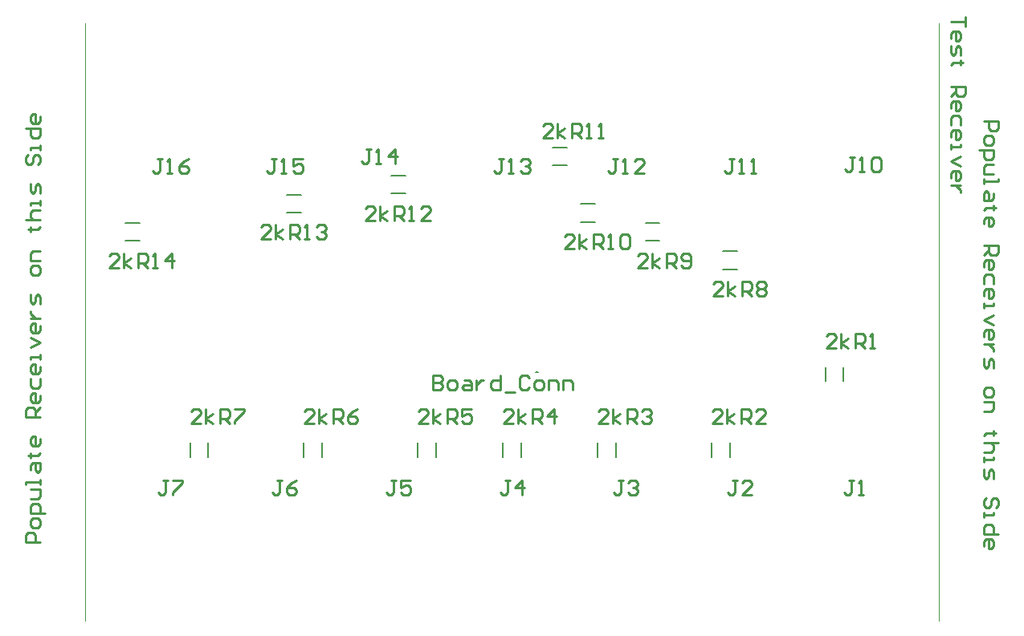
<source format=gto>
G04*
G04 #@! TF.GenerationSoftware,Altium Limited,Altium Designer,20.2.6 (244)*
G04*
G04 Layer_Color=65535*
%FSLAX25Y25*%
%MOIN*%
G70*
G04*
G04 #@! TF.SameCoordinates,78553FFF-4CE1-44D2-B870-6997896BCA41*
G04*
G04*
G04 #@! TF.FilePolarity,Positive*
G04*
G01*
G75*
%ADD10C,0.00787*%
%ADD11C,0.00394*%
%ADD12C,0.01000*%
D10*
X345285Y240905D02*
X344498D01*
X345285D01*
X422244Y291142D02*
X428150D01*
X422244Y283661D02*
X428150D01*
X390021Y302953D02*
X395927D01*
X390021Y295472D02*
X395927D01*
X363189Y310827D02*
X369094D01*
X363189Y303346D02*
X369094D01*
X284449Y315158D02*
X290354D01*
X284449Y322638D02*
X290354D01*
X241142Y307283D02*
X247047D01*
X241142Y314764D02*
X247047D01*
X174213Y295472D02*
X180118D01*
X174213Y302953D02*
X180118D01*
X208465Y205709D02*
Y211614D01*
X200984Y205709D02*
Y211614D01*
X302953Y205709D02*
Y211614D01*
X295472Y205709D02*
Y211614D01*
X338386Y205709D02*
Y211614D01*
X330906Y205709D02*
Y211614D01*
X255709Y205709D02*
Y211614D01*
X248228Y205709D02*
Y211614D01*
X377756Y205709D02*
Y211614D01*
X370276Y205709D02*
Y211614D01*
X425000Y205709D02*
Y211614D01*
X417520Y205709D02*
Y211614D01*
X472244Y237205D02*
Y243110D01*
X464764Y237205D02*
Y243110D01*
X351378Y326969D02*
X357283D01*
X351378Y334449D02*
X357283D01*
D11*
X511811Y137795D02*
Y385827D01*
X157480Y137795D02*
Y385827D01*
D12*
X522746Y388764D02*
Y384765D01*
Y386764D01*
X516748D01*
Y379767D02*
Y381766D01*
X517748Y382766D01*
X519747D01*
X520747Y381766D01*
Y379767D01*
X519747Y378767D01*
X518747D01*
Y382766D01*
X516748Y376768D02*
Y373769D01*
X517748Y372769D01*
X518747Y373769D01*
Y375768D01*
X519747Y376768D01*
X520747Y375768D01*
Y372769D01*
X521746Y369770D02*
X520747D01*
Y370770D01*
Y368770D01*
Y369770D01*
X517748D01*
X516748Y368770D01*
Y359773D02*
X522746D01*
Y356774D01*
X521746Y355774D01*
X519747D01*
X518747Y356774D01*
Y359773D01*
Y357774D02*
X516748Y355774D01*
Y350776D02*
Y352775D01*
X517748Y353775D01*
X519747D01*
X520747Y352775D01*
Y350776D01*
X519747Y349776D01*
X518747D01*
Y353775D01*
X520747Y343778D02*
Y346777D01*
X519747Y347777D01*
X517748D01*
X516748Y346777D01*
Y343778D01*
Y338780D02*
Y340779D01*
X517748Y341779D01*
X519747D01*
X520747Y340779D01*
Y338780D01*
X519747Y337780D01*
X518747D01*
Y341779D01*
X516748Y335781D02*
Y333782D01*
Y334781D01*
X520747D01*
Y335781D01*
Y330783D02*
X516748Y328783D01*
X520747Y326784D01*
X516748Y321785D02*
Y323785D01*
X517748Y324784D01*
X519747D01*
X520747Y323785D01*
Y321785D01*
X519747Y320786D01*
X518747D01*
Y324784D01*
X520747Y318786D02*
X516748D01*
X518747D01*
X519747Y317787D01*
X520747Y316787D01*
Y315787D01*
X138733Y170291D02*
X132735D01*
Y173290D01*
X133735Y174290D01*
X135734D01*
X136734Y173290D01*
Y170291D01*
X138733Y177289D02*
Y179288D01*
X137733Y180288D01*
X135734D01*
X134734Y179288D01*
Y177289D01*
X135734Y176289D01*
X137733D01*
X138733Y177289D01*
X140732Y182288D02*
X134734D01*
Y185286D01*
X135734Y186286D01*
X137733D01*
X138733Y185286D01*
Y182288D01*
X134734Y188286D02*
X137733D01*
X138733Y189285D01*
Y192284D01*
X134734D01*
X138733Y194284D02*
Y196283D01*
Y195283D01*
X132735D01*
Y194284D01*
X134734Y200282D02*
Y202281D01*
X135734Y203281D01*
X138733D01*
Y200282D01*
X137733Y199282D01*
X136734Y200282D01*
Y203281D01*
X133735Y206280D02*
X134734D01*
Y205280D01*
Y207279D01*
Y206280D01*
X137733D01*
X138733Y207279D01*
Y213277D02*
Y211278D01*
X137733Y210278D01*
X135734D01*
X134734Y211278D01*
Y213277D01*
X135734Y214277D01*
X136734D01*
Y210278D01*
X138733Y222274D02*
X132735D01*
Y225273D01*
X133735Y226273D01*
X135734D01*
X136734Y225273D01*
Y222274D01*
Y224274D02*
X138733Y226273D01*
Y231272D02*
Y229272D01*
X137733Y228273D01*
X135734D01*
X134734Y229272D01*
Y231272D01*
X135734Y232271D01*
X136734D01*
Y228273D01*
X134734Y238269D02*
Y235270D01*
X135734Y234271D01*
X137733D01*
X138733Y235270D01*
Y238269D01*
Y243268D02*
Y241268D01*
X137733Y240269D01*
X135734D01*
X134734Y241268D01*
Y243268D01*
X135734Y244267D01*
X136734D01*
Y240269D01*
X138733Y246267D02*
Y248266D01*
Y247266D01*
X134734D01*
Y246267D01*
Y251265D02*
X138733Y253264D01*
X134734Y255264D01*
X138733Y260262D02*
Y258263D01*
X137733Y257263D01*
X135734D01*
X134734Y258263D01*
Y260262D01*
X135734Y261262D01*
X136734D01*
Y257263D01*
X134734Y263261D02*
X138733D01*
X136734D01*
X135734Y264261D01*
X134734Y265261D01*
Y266260D01*
X138733Y269259D02*
Y272258D01*
X137733Y273258D01*
X136734Y272258D01*
Y270259D01*
X135734Y269259D01*
X134734Y270259D01*
Y273258D01*
X138733Y282255D02*
Y284255D01*
X137733Y285254D01*
X135734D01*
X134734Y284255D01*
Y282255D01*
X135734Y281255D01*
X137733D01*
X138733Y282255D01*
Y287253D02*
X134734D01*
Y290252D01*
X135734Y291252D01*
X138733D01*
X133735Y300249D02*
X134734D01*
Y299250D01*
Y301249D01*
Y300249D01*
X137733D01*
X138733Y301249D01*
X132735Y304248D02*
X138733D01*
X135734D01*
X134734Y305248D01*
Y307247D01*
X135734Y308247D01*
X138733D01*
Y310246D02*
Y312245D01*
Y311246D01*
X134734D01*
Y310246D01*
X138733Y315244D02*
Y318244D01*
X137733Y319243D01*
X136734Y318244D01*
Y316244D01*
X135734Y315244D01*
X134734Y316244D01*
Y319243D01*
X133735Y331239D02*
X132735Y330240D01*
Y328240D01*
X133735Y327241D01*
X134734D01*
X135734Y328240D01*
Y330240D01*
X136734Y331239D01*
X137733D01*
X138733Y330240D01*
Y328240D01*
X137733Y327241D01*
X138733Y333239D02*
Y335238D01*
Y334238D01*
X134734D01*
Y333239D01*
X132735Y342236D02*
X138733D01*
Y339237D01*
X137733Y338237D01*
X135734D01*
X134734Y339237D01*
Y342236D01*
X138733Y347234D02*
Y345235D01*
X137733Y344235D01*
X135734D01*
X134734Y345235D01*
Y347234D01*
X135734Y348234D01*
X136734D01*
Y344235D01*
X530558Y345457D02*
X536556D01*
Y342458D01*
X535557Y341458D01*
X533557D01*
X532558Y342458D01*
Y345457D01*
X530558Y338459D02*
Y336460D01*
X531558Y335460D01*
X533557D01*
X534557Y336460D01*
Y338459D01*
X533557Y339459D01*
X531558D01*
X530558Y338459D01*
X528559Y333461D02*
X534557D01*
Y330462D01*
X533557Y329462D01*
X531558D01*
X530558Y330462D01*
Y333461D01*
X534557Y327463D02*
X531558D01*
X530558Y326463D01*
Y323464D01*
X534557D01*
X530558Y321464D02*
Y319465D01*
Y320465D01*
X536556D01*
Y321464D01*
X534557Y315466D02*
Y313467D01*
X533557Y312467D01*
X530558D01*
Y315466D01*
X531558Y316466D01*
X532558Y315466D01*
Y312467D01*
X535557Y309468D02*
X534557D01*
Y310468D01*
Y308469D01*
Y309468D01*
X531558D01*
X530558Y308469D01*
Y302471D02*
Y304470D01*
X531558Y305470D01*
X533557D01*
X534557Y304470D01*
Y302471D01*
X533557Y301471D01*
X532558D01*
Y305470D01*
X530558Y293474D02*
X536556D01*
Y290475D01*
X535557Y289475D01*
X533557D01*
X532558Y290475D01*
Y293474D01*
Y291474D02*
X530558Y289475D01*
Y284476D02*
Y286476D01*
X531558Y287475D01*
X533557D01*
X534557Y286476D01*
Y284476D01*
X533557Y283477D01*
X532558D01*
Y287475D01*
X534557Y277479D02*
Y280478D01*
X533557Y281477D01*
X531558D01*
X530558Y280478D01*
Y277479D01*
Y272480D02*
Y274480D01*
X531558Y275479D01*
X533557D01*
X534557Y274480D01*
Y272480D01*
X533557Y271481D01*
X532558D01*
Y275479D01*
X530558Y269481D02*
Y267482D01*
Y268482D01*
X534557D01*
Y269481D01*
Y264483D02*
X530558Y262484D01*
X534557Y260484D01*
X530558Y255486D02*
Y257485D01*
X531558Y258485D01*
X533557D01*
X534557Y257485D01*
Y255486D01*
X533557Y254486D01*
X532558D01*
Y258485D01*
X534557Y252487D02*
X530558D01*
X532558D01*
X533557Y251487D01*
X534557Y250487D01*
Y249488D01*
X530558Y246489D02*
Y243490D01*
X531558Y242490D01*
X532558Y243490D01*
Y245489D01*
X533557Y246489D01*
X534557Y245489D01*
Y242490D01*
X530558Y233493D02*
Y231494D01*
X531558Y230494D01*
X533557D01*
X534557Y231494D01*
Y233493D01*
X533557Y234493D01*
X531558D01*
X530558Y233493D01*
Y228495D02*
X534557D01*
Y225496D01*
X533557Y224496D01*
X530558D01*
X535557Y215499D02*
X534557D01*
Y216498D01*
Y214499D01*
Y215499D01*
X531558D01*
X530558Y214499D01*
X536556Y211500D02*
X530558D01*
X533557D01*
X534557Y210500D01*
Y208501D01*
X533557Y207501D01*
X530558D01*
Y205502D02*
Y203503D01*
Y204502D01*
X534557D01*
Y205502D01*
X530558Y200504D02*
Y197505D01*
X531558Y196505D01*
X532558Y197505D01*
Y199504D01*
X533557Y200504D01*
X534557Y199504D01*
Y196505D01*
X535557Y184509D02*
X536556Y185508D01*
Y187508D01*
X535557Y188507D01*
X534557D01*
X533557Y187508D01*
Y185508D01*
X532558Y184509D01*
X531558D01*
X530558Y185508D01*
Y187508D01*
X531558Y188507D01*
X530558Y182509D02*
Y180510D01*
Y181510D01*
X534557D01*
Y182509D01*
X536556Y173512D02*
X530558D01*
Y176511D01*
X531558Y177511D01*
X533557D01*
X534557Y176511D01*
Y173512D01*
X530558Y168514D02*
Y170513D01*
X531558Y171513D01*
X533557D01*
X534557Y170513D01*
Y168514D01*
X533557Y167514D01*
X532558D01*
Y171513D01*
X374599Y219500D02*
X370600D01*
X374599Y223499D01*
Y224498D01*
X373599Y225498D01*
X371600D01*
X370600Y224498D01*
X376598Y219500D02*
Y225498D01*
Y221499D02*
X379597Y223499D01*
X376598Y221499D02*
X379597Y219500D01*
X382596D02*
Y225498D01*
X385595D01*
X386595Y224498D01*
Y222499D01*
X385595Y221499D01*
X382596D01*
X384595D02*
X386595Y219500D01*
X388594Y224498D02*
X389594Y225498D01*
X391593D01*
X392593Y224498D01*
Y223499D01*
X391593Y222499D01*
X390594D01*
X391593D01*
X392593Y221499D01*
Y220500D01*
X391593Y219500D01*
X389594D01*
X388594Y220500D01*
X421799Y219500D02*
X417800D01*
X421799Y223499D01*
Y224498D01*
X420799Y225498D01*
X418800D01*
X417800Y224498D01*
X423798Y219500D02*
Y225498D01*
Y221499D02*
X426797Y223499D01*
X423798Y221499D02*
X426797Y219500D01*
X429796D02*
Y225498D01*
X432795D01*
X433795Y224498D01*
Y222499D01*
X432795Y221499D01*
X429796D01*
X431796D02*
X433795Y219500D01*
X439793D02*
X435794D01*
X439793Y223499D01*
Y224498D01*
X438793Y225498D01*
X436794D01*
X435794Y224498D01*
X469099Y251000D02*
X465100D01*
X469099Y254999D01*
Y255998D01*
X468099Y256998D01*
X466100D01*
X465100Y255998D01*
X471098Y251000D02*
Y256998D01*
Y252999D02*
X474097Y254999D01*
X471098Y252999D02*
X474097Y251000D01*
X477096D02*
Y256998D01*
X480095D01*
X481095Y255998D01*
Y253999D01*
X480095Y252999D01*
X477096D01*
X479096D02*
X481095Y251000D01*
X483094D02*
X485093D01*
X484094D01*
Y256998D01*
X483094Y255998D01*
X422136Y272591D02*
X418137D01*
X422136Y276590D01*
Y277590D01*
X421136Y278590D01*
X419137D01*
X418137Y277590D01*
X424135Y272591D02*
Y278590D01*
Y274591D02*
X427135Y276590D01*
X424135Y274591D02*
X427135Y272591D01*
X430133D02*
Y278590D01*
X433133D01*
X434132Y277590D01*
Y275590D01*
X433133Y274591D01*
X430133D01*
X432133D02*
X434132Y272591D01*
X436132Y277590D02*
X437131Y278590D01*
X439131D01*
X440130Y277590D01*
Y276590D01*
X439131Y275590D01*
X440130Y274591D01*
Y273591D01*
X439131Y272591D01*
X437131D01*
X436132Y273591D01*
Y274591D01*
X437131Y275590D01*
X436132Y276590D01*
Y277590D01*
X437131Y275590D02*
X439131D01*
X390640Y284402D02*
X386641D01*
X390640Y288401D01*
Y289401D01*
X389640Y290401D01*
X387641D01*
X386641Y289401D01*
X392639Y284402D02*
Y290401D01*
Y286402D02*
X395638Y288401D01*
X392639Y286402D02*
X395638Y284402D01*
X398638D02*
Y290401D01*
X401637D01*
X402636Y289401D01*
Y287402D01*
X401637Y286402D01*
X398638D01*
X400637D02*
X402636Y284402D01*
X404635Y285402D02*
X405635Y284402D01*
X407635D01*
X408634Y285402D01*
Y289401D01*
X407635Y290401D01*
X405635D01*
X404635Y289401D01*
Y288401D01*
X405635Y287402D01*
X408634D01*
X360582Y292277D02*
X356583D01*
X360582Y296275D01*
Y297275D01*
X359582Y298275D01*
X357583D01*
X356583Y297275D01*
X362581Y292277D02*
Y298275D01*
Y294276D02*
X365580Y296275D01*
X362581Y294276D02*
X365580Y292277D01*
X368579D02*
Y298275D01*
X371578D01*
X372578Y297275D01*
Y295276D01*
X371578Y294276D01*
X368579D01*
X370579D02*
X372578Y292277D01*
X374577D02*
X376577D01*
X375577D01*
Y298275D01*
X374577Y297275D01*
X379576D02*
X380575Y298275D01*
X382575D01*
X383574Y297275D01*
Y293276D01*
X382575Y292277D01*
X380575D01*
X379576Y293276D01*
Y297275D01*
X351499Y338200D02*
X347500D01*
X351499Y342199D01*
Y343198D01*
X350499Y344198D01*
X348500D01*
X347500Y343198D01*
X353498Y338200D02*
Y344198D01*
Y340199D02*
X356497Y342199D01*
X353498Y340199D02*
X356497Y338200D01*
X359496D02*
Y344198D01*
X362495D01*
X363495Y343198D01*
Y341199D01*
X362495Y340199D01*
X359496D01*
X361495D02*
X363495Y338200D01*
X365494D02*
X367494D01*
X366494D01*
Y344198D01*
X365494Y343198D01*
X370493Y338200D02*
X372492D01*
X371492D01*
Y344198D01*
X370493Y343198D01*
X277905Y304088D02*
X273906D01*
X277905Y308086D01*
Y309086D01*
X276905Y310086D01*
X274906D01*
X273906Y309086D01*
X279904Y304088D02*
Y310086D01*
Y306087D02*
X282903Y308086D01*
X279904Y306087D02*
X282903Y304088D01*
X285902D02*
Y310086D01*
X288901D01*
X289901Y309086D01*
Y307087D01*
X288901Y306087D01*
X285902D01*
X287901D02*
X289901Y304088D01*
X291900D02*
X293899D01*
X292900D01*
Y310086D01*
X291900Y309086D01*
X300897Y304088D02*
X296899D01*
X300897Y308086D01*
Y309086D01*
X299898Y310086D01*
X297898D01*
X296899Y309086D01*
X234598Y296214D02*
X230599D01*
X234598Y300212D01*
Y301212D01*
X233598Y302212D01*
X231598D01*
X230599Y301212D01*
X236597Y296214D02*
Y302212D01*
Y298213D02*
X239596Y300212D01*
X236597Y298213D02*
X239596Y296214D01*
X242595D02*
Y302212D01*
X245594D01*
X246594Y301212D01*
Y299213D01*
X245594Y298213D01*
X242595D01*
X244594D02*
X246594Y296214D01*
X248593D02*
X250592D01*
X249593D01*
Y302212D01*
X248593Y301212D01*
X253591D02*
X254591Y302212D01*
X256591D01*
X257590Y301212D01*
Y300212D01*
X256591Y299213D01*
X255591D01*
X256591D01*
X257590Y298213D01*
Y297213D01*
X256591Y296214D01*
X254591D01*
X253591Y297213D01*
X171605Y284402D02*
X167607D01*
X171605Y288401D01*
Y289401D01*
X170606Y290401D01*
X168606D01*
X167607Y289401D01*
X173605Y284402D02*
Y290401D01*
Y286402D02*
X176604Y288401D01*
X173605Y286402D02*
X176604Y284402D01*
X179603D02*
Y290401D01*
X182602D01*
X183602Y289401D01*
Y287402D01*
X182602Y286402D01*
X179603D01*
X181602D02*
X183602Y284402D01*
X185601D02*
X187600D01*
X186601D01*
Y290401D01*
X185601Y289401D01*
X193598Y284402D02*
Y290401D01*
X190599Y287402D01*
X194598D01*
X205299Y219500D02*
X201300D01*
X205299Y223499D01*
Y224498D01*
X204299Y225498D01*
X202300D01*
X201300Y224498D01*
X207298Y219500D02*
Y225498D01*
Y221499D02*
X210297Y223499D01*
X207298Y221499D02*
X210297Y219500D01*
X213296D02*
Y225498D01*
X216295D01*
X217295Y224498D01*
Y222499D01*
X216295Y221499D01*
X213296D01*
X215296D02*
X217295Y219500D01*
X219294Y225498D02*
X223293D01*
Y224498D01*
X219294Y220500D01*
Y219500D01*
X252499D02*
X248500D01*
X252499Y223499D01*
Y224498D01*
X251499Y225498D01*
X249500D01*
X248500Y224498D01*
X254498Y219500D02*
Y225498D01*
Y221499D02*
X257497Y223499D01*
X254498Y221499D02*
X257497Y219500D01*
X260496D02*
Y225498D01*
X263495D01*
X264495Y224498D01*
Y222499D01*
X263495Y221499D01*
X260496D01*
X262495D02*
X264495Y219500D01*
X270493Y225498D02*
X268494Y224498D01*
X266494Y222499D01*
Y220500D01*
X267494Y219500D01*
X269493D01*
X270493Y220500D01*
Y221499D01*
X269493Y222499D01*
X266494D01*
X299799Y219500D02*
X295800D01*
X299799Y223499D01*
Y224498D01*
X298799Y225498D01*
X296800D01*
X295800Y224498D01*
X301798Y219500D02*
Y225498D01*
Y221499D02*
X304797Y223499D01*
X301798Y221499D02*
X304797Y219500D01*
X307796D02*
Y225498D01*
X310795D01*
X311795Y224498D01*
Y222499D01*
X310795Y221499D01*
X307796D01*
X309795D02*
X311795Y219500D01*
X317793Y225498D02*
X313794D01*
Y222499D01*
X315793Y223499D01*
X316793D01*
X317793Y222499D01*
Y220500D01*
X316793Y219500D01*
X314794D01*
X313794Y220500D01*
X335199Y219500D02*
X331200D01*
X335199Y223499D01*
Y224498D01*
X334199Y225498D01*
X332200D01*
X331200Y224498D01*
X337198Y219500D02*
Y225498D01*
Y221499D02*
X340197Y223499D01*
X337198Y221499D02*
X340197Y219500D01*
X343196D02*
Y225498D01*
X346195D01*
X347195Y224498D01*
Y222499D01*
X346195Y221499D01*
X343196D01*
X345196D02*
X347195Y219500D01*
X352193D02*
Y225498D01*
X349194Y222499D01*
X353193D01*
X301718Y239719D02*
Y233721D01*
X304717D01*
X305717Y234721D01*
Y235721D01*
X304717Y236720D01*
X301718D01*
X304717D01*
X305717Y237720D01*
Y238720D01*
X304717Y239719D01*
X301718D01*
X308716Y233721D02*
X310715D01*
X311715Y234721D01*
Y236720D01*
X310715Y237720D01*
X308716D01*
X307716Y236720D01*
Y234721D01*
X308716Y233721D01*
X314714Y237720D02*
X316713D01*
X317713Y236720D01*
Y233721D01*
X314714D01*
X313714Y234721D01*
X314714Y235721D01*
X317713D01*
X319712Y237720D02*
Y233721D01*
Y235721D01*
X320712Y236720D01*
X321712Y237720D01*
X322711D01*
X329709Y239719D02*
Y233721D01*
X326710D01*
X325710Y234721D01*
Y236720D01*
X326710Y237720D01*
X329709D01*
X331708Y232722D02*
X335707D01*
X341705Y238720D02*
X340705Y239719D01*
X338706D01*
X337706Y238720D01*
Y234721D01*
X338706Y233721D01*
X340705D01*
X341705Y234721D01*
X344704Y233721D02*
X346704D01*
X347703Y234721D01*
Y236720D01*
X346704Y237720D01*
X344704D01*
X343705Y236720D01*
Y234721D01*
X344704Y233721D01*
X349703D02*
Y237720D01*
X352701D01*
X353701Y236720D01*
Y233721D01*
X355701D02*
Y237720D01*
X358700D01*
X359699Y236720D01*
Y233721D01*
X189415Y329771D02*
X187415D01*
X188415D01*
Y324772D01*
X187415Y323773D01*
X186416D01*
X185416Y324772D01*
X191414Y323773D02*
X193413D01*
X192414D01*
Y329771D01*
X191414Y328771D01*
X200411Y329771D02*
X198412Y328771D01*
X196412Y326772D01*
Y324772D01*
X197412Y323773D01*
X199411D01*
X200411Y324772D01*
Y325772D01*
X199411Y326772D01*
X196412D01*
X236659Y329771D02*
X234659D01*
X235659D01*
Y324772D01*
X234659Y323773D01*
X233660D01*
X232660Y324772D01*
X238658Y323773D02*
X240657D01*
X239658D01*
Y329771D01*
X238658Y328771D01*
X247655Y329771D02*
X243656D01*
Y326772D01*
X245656Y327771D01*
X246655D01*
X247655Y326772D01*
Y324772D01*
X246655Y323773D01*
X244656D01*
X243656Y324772D01*
X276029Y333708D02*
X274029D01*
X275029D01*
Y328709D01*
X274029Y327710D01*
X273030D01*
X272030Y328709D01*
X278028Y327710D02*
X280027D01*
X279028D01*
Y333708D01*
X278028Y332708D01*
X286026Y327710D02*
Y333708D01*
X283026Y330709D01*
X287025D01*
X331147Y329771D02*
X329147D01*
X330147D01*
Y324772D01*
X329147Y323773D01*
X328148D01*
X327148Y324772D01*
X333146Y323773D02*
X335145D01*
X334146D01*
Y329771D01*
X333146Y328771D01*
X338144D02*
X339144Y329771D01*
X341144D01*
X342143Y328771D01*
Y327771D01*
X341144Y326772D01*
X340144D01*
X341144D01*
X342143Y325772D01*
Y324772D01*
X341144Y323773D01*
X339144D01*
X338144Y324772D01*
X378391Y329771D02*
X376392D01*
X377391D01*
Y324772D01*
X376392Y323773D01*
X375392D01*
X374392Y324772D01*
X380390Y323773D02*
X382390D01*
X381390D01*
Y329771D01*
X380390Y328771D01*
X389387Y323773D02*
X385389D01*
X389387Y327771D01*
Y328771D01*
X388388Y329771D01*
X386388D01*
X385389Y328771D01*
X426635Y329771D02*
X424635D01*
X425635D01*
Y324772D01*
X424635Y323773D01*
X423636D01*
X422636Y324772D01*
X428634Y323773D02*
X430633D01*
X429634D01*
Y329771D01*
X428634Y328771D01*
X433632Y323773D02*
X435632D01*
X434632D01*
Y329771D01*
X433632Y328771D01*
X476816Y330164D02*
X474817D01*
X475816D01*
Y325166D01*
X474817Y324166D01*
X473817D01*
X472817Y325166D01*
X478815Y324166D02*
X480815D01*
X479815D01*
Y330164D01*
X478815Y329165D01*
X483814D02*
X484813Y330164D01*
X486813D01*
X487813Y329165D01*
Y325166D01*
X486813Y324166D01*
X484813D01*
X483814Y325166D01*
Y329165D01*
X191914Y195912D02*
X189914D01*
X190914D01*
Y190914D01*
X189914Y189914D01*
X188915D01*
X187915Y190914D01*
X193913Y195912D02*
X197912D01*
Y194913D01*
X193913Y190914D01*
Y189914D01*
X239158Y195912D02*
X237158D01*
X238158D01*
Y190914D01*
X237158Y189914D01*
X236159D01*
X235159Y190914D01*
X245156Y195912D02*
X243157Y194913D01*
X241157Y192913D01*
Y190914D01*
X242157Y189914D01*
X244156D01*
X245156Y190914D01*
Y191914D01*
X244156Y192913D01*
X241157D01*
X286402Y195912D02*
X284402D01*
X285402D01*
Y190914D01*
X284402Y189914D01*
X283403D01*
X282403Y190914D01*
X292400Y195912D02*
X288401D01*
Y192913D01*
X290401Y193913D01*
X291400D01*
X292400Y192913D01*
Y190914D01*
X291400Y189914D01*
X289401D01*
X288401Y190914D01*
X333646Y195912D02*
X331647D01*
X332646D01*
Y190914D01*
X331647Y189914D01*
X330647D01*
X329647Y190914D01*
X338644Y189914D02*
Y195912D01*
X335645Y192913D01*
X339644D01*
X380890Y195912D02*
X378891D01*
X379890D01*
Y190914D01*
X378891Y189914D01*
X377891D01*
X376891Y190914D01*
X382889Y194913D02*
X383889Y195912D01*
X385889D01*
X386888Y194913D01*
Y193913D01*
X385889Y192913D01*
X384889D01*
X385889D01*
X386888Y191914D01*
Y190914D01*
X385889Y189914D01*
X383889D01*
X382889Y190914D01*
X428134Y195912D02*
X426135D01*
X427135D01*
Y190914D01*
X426135Y189914D01*
X425135D01*
X424135Y190914D01*
X434132Y189914D02*
X430133D01*
X434132Y193913D01*
Y194913D01*
X433133Y195912D01*
X431133D01*
X430133Y194913D01*
X476378Y195912D02*
X474379D01*
X475378D01*
Y190914D01*
X474379Y189914D01*
X473379D01*
X472379Y190914D01*
X478377Y189914D02*
X480377D01*
X479377D01*
Y195912D01*
X478377Y194913D01*
M02*

</source>
